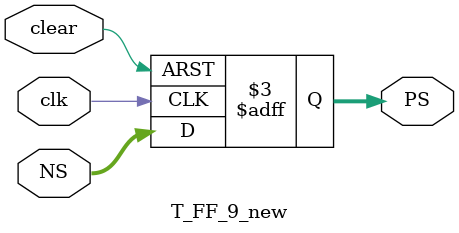
<source format=v>
module part1_new(SW,LEDR,KEY);
	input [1:0]SW;
	input [0:0]KEY;
	output [9:0]LEDR;
	wire [8:0]PS,NS;
	fsm_helper_new h(NS[8:0],PS[8:0],SW[1],LEDR[9]);
	T_FF_9_new t(SW[0],KEY[0],PS[8:0],NS[8:0]);
	assign LEDR[8:0]=PS[8:0];
endmodule
	

module fsm_helper_new(Y,y,w,z);
	input [8:0]y;
	input w;
	output [8:0]Y;
	output z;
	assign Y[8]=w&(y[7]|y[8]);
	assign Y[7]=w&y[6];
	assign Y[6]=w&y[5];
	assign Y[5]=w&((~y[0])|y[1]|y[2]|y[3]|y[4]);
	assign Y[4]=(~w)&(y[3]|y[4]);
	assign Y[3]=(~w)&y[2];
	assign Y[2]=(~w)&y[1];
	assign Y[1]=(~w)&((~y[0])|y[5]|y[6]|y[7]|y[8]);
	assign Y[0]=9'b111111111;
	assign z=y[4]|y[8];
endmodule

module T_FF_9_new(clear,clk,PS,NS);
	input clear,clk;
	input [8:0]NS;
	output reg [8:0]PS;
	always@(posedge clk, negedge clear)
	begin
		if(~clear)
			PS <= 9'b000000000;
		else
			PS <= NS;
	end
endmodule

</source>
